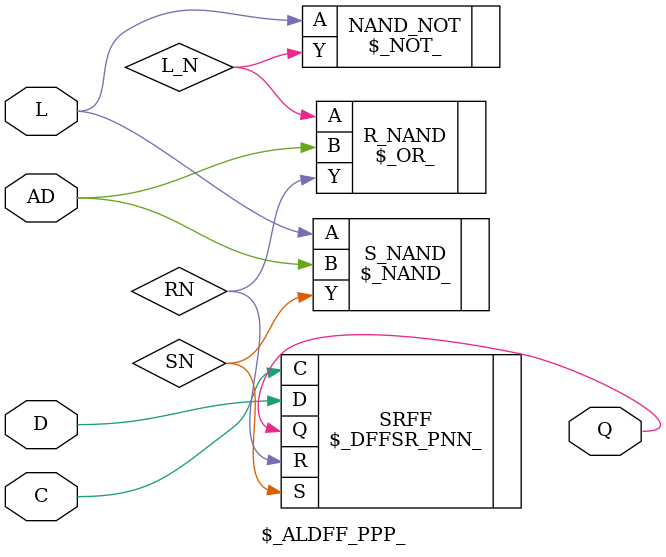
<source format=v>
module \$_ALDFF_PPP_ (D, C, L, AD, Q);
input D, C, L, AD;
output reg Q;

wire RN, SN;
wire L_N;

\$_OR_ R_NAND ( .Y(RN), .A(L_N), .B(AD) );
\$_NOT_ NAND_NOT ( .A(L), .Y(L_N));
\$_NAND_ S_NAND ( .Y(SN), .A(L), .B(AD) );

\$_DFFSR_PNN_ SRFF (.C(C), 
    .S(SN), 
    .R(RN), 
    .D(D), 
    .Q(Q)
);

endmodule
</source>
